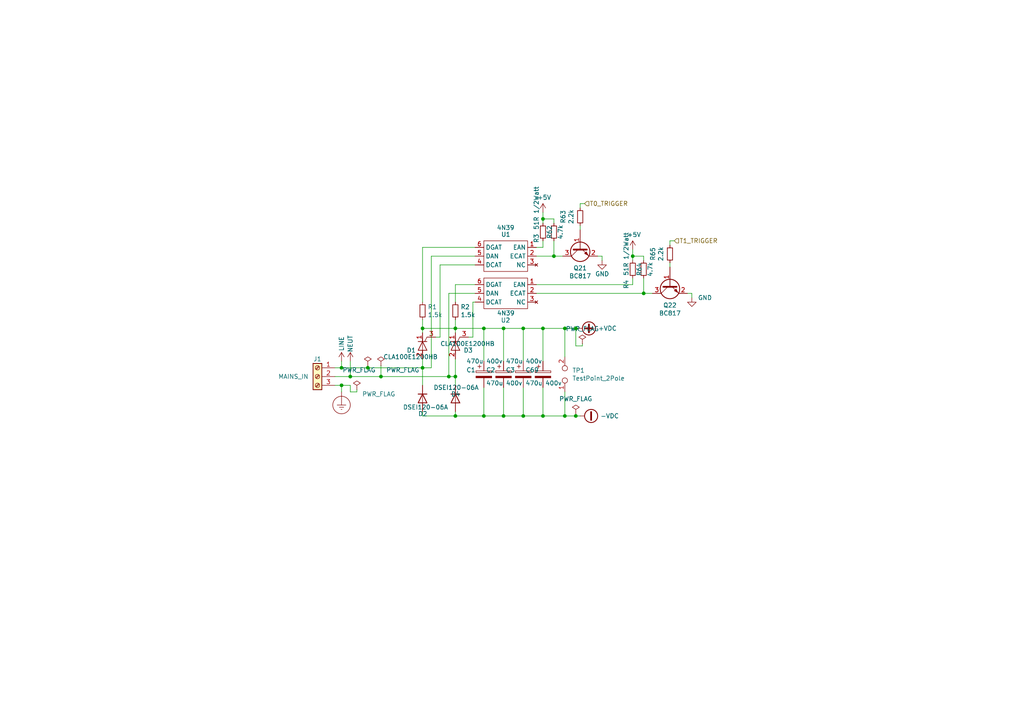
<source format=kicad_sch>
(kicad_sch (version 20200618) (host eeschema "5.99.0-unknown-f3f1740~101~ubuntu18.04.1")
  (page 9 8)
  (paper "A4")
  (lib_symbols
    (symbol "Connector:Screw_Terminal_01x03" (pin_names hide)
      (property "Reference" "J" (at 0 5.08 0))
      (property "Value" "Screw_Terminal_01x03" (at 0 -5.08 0))
      (symbol "Screw_Terminal_01x03_1_1"
        (circle (center 0 -2.54) (radius 0.635))
        (circle (center 0 0) (radius 0.635))
        (circle (center 0 2.54) (radius 0.635))
        (rectangle (start -1.27 3.81) (end 1.27 -3.81) (stroke (width 0.254)) (fill (type background)))
        (polyline (pts (xy -0.5334 -2.2098) (xy 0.3302 -3.048)))
        (polyline (pts (xy -0.5334 0.3302) (xy 0.3302 -0.508)))
        (polyline (pts (xy -0.5334 2.8702) (xy 0.3302 2.032)))
        (polyline (pts (xy -0.3556 -2.032) (xy 0.508 -2.8702)))
        (polyline (pts (xy -0.3556 0.508) (xy 0.508 -0.3302)))
        (polyline (pts (xy -0.3556 3.048) (xy 0.508 2.2098)))
        (pin passive line (at -5.08 2.54 0) (length 3.81) (name "Pin_1") (number "1"))
        (pin passive line (at -5.08 0 0) (length 3.81) (name "Pin_2") (number "2"))
        (pin passive line (at -5.08 -2.54 0) (length 3.81) (name "Pin_3") (number "3"))
      )
    )
    (symbol "Connector:TestPoint_2Pole" (pin_names (offset 0.762) hide)
      (property "Reference" "TP" (at 0 1.524 0))
      (property "Value" "TestPoint_2Pole" (at 0 -1.778 0))
      (symbol "TestPoint_2Pole_0_1"
        (circle (center -1.778 0) (radius 0.762))
        (circle (center 1.778 0) (radius 0.762))
        (pin passive line (at -5.08 0 0) (length 2.54) (name "1") (number "1"))
        (pin passive line (at 5.08 0 180) (length 2.54) (name "2") (number "2"))
      )
    )
    (symbol "Device:CP" (pin_numbers hide) (pin_names (offset 0.254))
      (property "Reference" "C" (at 0.635 2.54 0))
      (property "Value" "CP" (at 0.635 -2.54 0))
      (symbol "CP_0_1"
        (rectangle (start -2.286 0.508) (end 2.286 1.016))
        (rectangle (start 2.286 -0.508) (end -2.286 -1.016) (fill (type outline)))
        (polyline (pts (xy -1.778 2.286) (xy -0.762 2.286)))
        (polyline (pts (xy -1.27 2.794) (xy -1.27 1.778)))
      )
      (symbol "CP_1_1"
        (pin passive line (at 0 3.81 270) (length 2.794) (name "~") (number "1"))
        (pin passive line (at 0 -3.81 90) (length 2.794) (name "~") (number "2"))
      )
    )
    (symbol "Device:CP_1" (pin_numbers hide) (pin_names (offset 0.254))
      (property "Reference" "C" (at 0.635 2.54 0))
      (property "Value" "CP" (at 0.635 -2.54 0))
      (symbol "CP_1_0_1"
        (rectangle (start -2.286 0.508) (end 2.286 1.016))
        (rectangle (start 2.286 -0.508) (end -2.286 -1.016) (fill (type outline)))
        (polyline (pts (xy -1.778 2.286) (xy -0.762 2.286)))
        (polyline (pts (xy -1.27 2.794) (xy -1.27 1.778)))
      )
      (symbol "CP_1_1_1"
        (pin passive line (at 0 3.81 270) (length 2.794) (name "~") (number "1"))
        (pin passive line (at 0 -3.81 90) (length 2.794) (name "~") (number "2"))
      )
    )
    (symbol "Device:CP_2" (pin_numbers hide) (pin_names (offset 0.254))
      (property "Reference" "C" (at 0.635 2.54 0))
      (property "Value" "CP" (at 0.635 -2.54 0))
      (symbol "CP_2_0_1"
        (rectangle (start -2.286 0.508) (end 2.286 1.016))
        (rectangle (start 2.286 -0.508) (end -2.286 -1.016) (fill (type outline)))
        (polyline (pts (xy -1.778 2.286) (xy -0.762 2.286)))
        (polyline (pts (xy -1.27 2.794) (xy -1.27 1.778)))
      )
      (symbol "CP_2_1_1"
        (pin passive line (at 0 3.81 270) (length 2.794) (name "~") (number "1"))
        (pin passive line (at 0 -3.81 90) (length 2.794) (name "~") (number "2"))
      )
    )
    (symbol "Device:CP_3" (pin_numbers hide) (pin_names (offset 0.254))
      (property "Reference" "C" (at 0.635 2.54 0))
      (property "Value" "CP" (at 0.635 -2.54 0))
      (symbol "CP_3_0_1"
        (rectangle (start -2.286 0.508) (end 2.286 1.016))
        (rectangle (start 2.286 -0.508) (end -2.286 -1.016) (fill (type outline)))
        (polyline (pts (xy -1.778 2.286) (xy -0.762 2.286)))
        (polyline (pts (xy -1.27 2.794) (xy -1.27 1.778)))
      )
      (symbol "CP_3_1_1"
        (pin passive line (at 0 3.81 270) (length 2.794) (name "~") (number "1"))
        (pin passive line (at 0 -3.81 90) (length 2.794) (name "~") (number "2"))
      )
    )
    (symbol "Device:D" (pin_numbers hide) (pin_names hide)
      (property "Reference" "D" (at 0 2.54 0))
      (property "Value" "D" (at 0 -2.54 0))
      (symbol "D_0_1"
        (polyline (pts (xy -1.27 1.27) (xy -1.27 -1.27)) (stroke (width 0.254)))
        (polyline (pts (xy 1.27 0) (xy -1.27 0)))
        (polyline (pts (xy 1.27 1.27) (xy 1.27 -1.27) (xy -1.27 0) (xy 1.27 1.27)) (stroke (width 0.254)))
      )
      (symbol "D_1_1"
        (pin passive line (at -3.81 0 0) (length 2.54) (name "K") (number "1"))
        (pin passive line (at 3.81 0 180) (length 2.54) (name "A") (number "2"))
      )
    )
    (symbol "Device:D_1" (pin_numbers hide) (pin_names hide)
      (property "Reference" "D" (at 0 2.54 0))
      (property "Value" "D" (at 0 -2.54 0))
      (symbol "D_1_0_1"
        (polyline (pts (xy -1.27 1.27) (xy -1.27 -1.27)) (stroke (width 0.254)))
        (polyline (pts (xy 1.27 0) (xy -1.27 0)))
        (polyline (pts (xy 1.27 1.27) (xy 1.27 -1.27) (xy -1.27 0) (xy 1.27 1.27)) (stroke (width 0.254)))
      )
      (symbol "D_1_1_1"
        (pin passive line (at -3.81 0 0) (length 2.54) (name "K") (number "1"))
        (pin passive line (at 3.81 0 180) (length 2.54) (name "A") (number "2"))
      )
    )
    (symbol "Device:Q_SCR_KAG" (pin_names (offset 0) hide)
      (property "Reference" "D" (at 1.905 0.635 0))
      (property "Value" "Q_SCR_KAG" (at 1.905 -1.27 0))
      (symbol "Q_SCR_KAG_0_1"
        (polyline (pts (xy -1.27 -2.54) (xy -0.635 -1.27)))
        (polyline (pts (xy -1.27 -1.27) (xy 1.27 -1.27)) (stroke (width 0.2032)))
        (polyline (pts (xy 0 -2.54) (xy 0 2.54)))
        (polyline (pts (xy -1.27 1.27) (xy 1.27 1.27) (xy 0 -1.27) (xy -1.27 1.27)) (stroke (width 0.2032)))
      )
      (symbol "Q_SCR_KAG_1_1"
        (pin passive line (at 0 -3.81 90) (length 2.54) (name "K") (number "1"))
        (pin passive line (at 0 3.81 270) (length 2.54) (name "A") (number "2"))
        (pin input line (at -3.81 -2.54 0) (length 2.54) (name "G") (number "3"))
      )
    )
    (symbol "Device:Q_SCR_KAG_1" (pin_names (offset 0) hide)
      (property "Reference" "D" (at 1.905 0.635 0))
      (property "Value" "Q_SCR_KAG" (at 1.905 -1.27 0))
      (symbol "Q_SCR_KAG_1_0_1"
        (polyline (pts (xy -1.27 -2.54) (xy -0.635 -1.27)))
        (polyline (pts (xy -1.27 -1.27) (xy 1.27 -1.27)) (stroke (width 0.2032)))
        (polyline (pts (xy 0 -2.54) (xy 0 2.54)))
        (polyline (pts (xy -1.27 1.27) (xy 1.27 1.27) (xy 0 -1.27) (xy -1.27 1.27)) (stroke (width 0.2032)))
      )
      (symbol "Q_SCR_KAG_1_1_1"
        (pin passive line (at 0 -3.81 90) (length 2.54) (name "K") (number "1"))
        (pin passive line (at 0 3.81 270) (length 2.54) (name "A") (number "2"))
        (pin input line (at -3.81 -2.54 0) (length 2.54) (name "G") (number "3"))
      )
    )
    (symbol "Device:R_Small" (pin_numbers hide) (pin_names (offset 0.254) hide)
      (property "Reference" "R" (at 0.762 0.508 0))
      (property "Value" "R_Small" (at 0.762 -1.016 0))
      (symbol "R_Small_0_1"
        (rectangle (start -0.762 1.778) (end 0.762 -1.778) (stroke (width 0.2032)))
      )
      (symbol "R_Small_1_1"
        (pin passive line (at 0 2.54 270) (length 0.762) (name "~") (number "1"))
        (pin passive line (at 0 -2.54 90) (length 0.762) (name "~") (number "2"))
      )
    )
    (symbol "Device:R_Small_1" (pin_numbers hide) (pin_names (offset 0.254) hide)
      (property "Reference" "R" (at 0.762 0.508 0))
      (property "Value" "R_Small" (at 0.762 -1.016 0))
      (symbol "R_Small_1_0_1"
        (rectangle (start -0.762 1.778) (end 0.762 -1.778) (stroke (width 0.2032)))
      )
      (symbol "R_Small_1_1_1"
        (pin passive line (at 0 2.54 270) (length 0.762) (name "~") (number "1"))
        (pin passive line (at 0 -2.54 90) (length 0.762) (name "~") (number "2"))
      )
    )
    (symbol "Device:R_Small_2" (pin_numbers hide) (pin_names (offset 0.254) hide)
      (property "Reference" "R" (at 0.762 0.508 0))
      (property "Value" "R_Small" (at 0.762 -1.016 0))
      (symbol "R_Small_2_0_1"
        (rectangle (start -0.762 1.778) (end 0.762 -1.778) (stroke (width 0.2032)))
      )
      (symbol "R_Small_2_1_1"
        (pin passive line (at 0 2.54 270) (length 0.762) (name "~") (number "1"))
        (pin passive line (at 0 -2.54 90) (length 0.762) (name "~") (number "2"))
      )
    )
    (symbol "Device:R_Small_3" (pin_numbers hide) (pin_names (offset 0.254) hide)
      (property "Reference" "R" (at 0.762 0.508 0))
      (property "Value" "R_Small" (at 0.762 -1.016 0))
      (symbol "R_Small_3_0_1"
        (rectangle (start -0.762 1.778) (end 0.762 -1.778) (stroke (width 0.2032)))
      )
      (symbol "R_Small_3_1_1"
        (pin passive line (at 0 2.54 270) (length 0.762) (name "~") (number "1"))
        (pin passive line (at 0 -2.54 90) (length 0.762) (name "~") (number "2"))
      )
    )
    (symbol "Device:R_Small_4" (pin_numbers hide) (pin_names (offset 0.254) hide)
      (property "Reference" "R" (at 0.762 0.508 0))
      (property "Value" "R_Small" (at 0.762 -1.016 0))
      (symbol "R_Small_4_0_1"
        (rectangle (start -0.762 1.778) (end 0.762 -1.778) (stroke (width 0.2032)))
      )
      (symbol "R_Small_4_1_1"
        (pin passive line (at 0 2.54 270) (length 0.762) (name "~") (number "1"))
        (pin passive line (at 0 -2.54 90) (length 0.762) (name "~") (number "2"))
      )
    )
    (symbol "Device:R_Small_5" (pin_numbers hide) (pin_names (offset 0.254) hide)
      (property "Reference" "R" (at 0.762 0.508 0))
      (property "Value" "R_Small" (at 0.762 -1.016 0))
      (symbol "R_Small_5_0_1"
        (rectangle (start -0.762 1.778) (end 0.762 -1.778) (stroke (width 0.2032)))
      )
      (symbol "R_Small_5_1_1"
        (pin passive line (at 0 2.54 270) (length 0.762) (name "~") (number "1"))
        (pin passive line (at 0 -2.54 90) (length 0.762) (name "~") (number "2"))
      )
    )
    (symbol "Device:R_Small_7" (pin_numbers hide) (pin_names (offset 0.254) hide)
      (property "Reference" "R" (at 0.762 0.508 0))
      (property "Value" "R_Small" (at 0.762 -1.016 0))
      (symbol "R_Small_7_0_1"
        (rectangle (start -0.762 1.778) (end 0.762 -1.778) (stroke (width 0.2032)))
      )
      (symbol "R_Small_7_1_1"
        (pin passive line (at 0 2.54 270) (length 0.762) (name "~") (number "1"))
        (pin passive line (at 0 -2.54 90) (length 0.762) (name "~") (number "2"))
      )
    )
    (symbol "Device:R_Small_8" (pin_numbers hide) (pin_names (offset 0.254) hide)
      (property "Reference" "R" (at 0.762 0.508 0))
      (property "Value" "R_Small" (at 0.762 -1.016 0))
      (symbol "R_Small_8_0_1"
        (rectangle (start -0.762 1.778) (end 0.762 -1.778) (stroke (width 0.2032)))
      )
      (symbol "R_Small_8_1_1"
        (pin passive line (at 0 2.54 270) (length 0.762) (name "~") (number "1"))
        (pin passive line (at 0 -2.54 90) (length 0.762) (name "~") (number "2"))
      )
    )
    (symbol "Transistor_BJT:BC817" (pin_names (offset 0) hide)
      (property "Reference" "Q" (at 5.08 1.905 0))
      (property "Value" "BC817" (at 5.08 0 0))
      (symbol "BC817_0_1"
        (circle (center 1.27 0) (radius 2.8194) (stroke (width 0.254)))
        (polyline (pts (xy 0.635 0.635) (xy 2.54 2.54)))
        (polyline (pts (xy 0.635 -0.635) (xy 2.54 -2.54) (xy 2.54 -2.54)))
        (polyline (pts (xy 0.635 1.905) (xy 0.635 -1.905) (xy 0.635 -1.905)) (stroke (width 0.508)))
        (polyline (pts (xy 1.27 -1.778) (xy 1.778 -1.27) (xy 2.286 -2.286) (xy 1.27 -1.778) (xy 1.27 -1.778)) (fill (type outline)))
      )
      (symbol "BC817_1_1"
        (pin input line (at -5.08 0 0) (length 5.715) (name "B") (number "1"))
        (pin passive line (at 2.54 -5.08 90) (length 2.54) (name "E") (number "2"))
        (pin passive line (at 2.54 5.08 270) (length 2.54) (name "C") (number "3"))
      )
    )
    (symbol "Transistor_BJT:BC817_1" (pin_names (offset 0) hide)
      (property "Reference" "Q" (at 5.08 1.905 0))
      (property "Value" "BC817" (at 5.08 0 0))
      (symbol "BC817_1_0_1"
        (circle (center 1.27 0) (radius 2.8194) (stroke (width 0.254)))
        (polyline (pts (xy 0.635 0.635) (xy 2.54 2.54)))
        (polyline (pts (xy 0.635 -0.635) (xy 2.54 -2.54) (xy 2.54 -2.54)))
        (polyline (pts (xy 0.635 1.905) (xy 0.635 -1.905) (xy 0.635 -1.905)) (stroke (width 0.508)))
        (polyline (pts (xy 1.27 -1.778) (xy 1.778 -1.27) (xy 2.286 -2.286) (xy 1.27 -1.778) (xy 1.27 -1.778)) (fill (type outline)))
      )
      (symbol "BC817_1_1_1"
        (pin input line (at -5.08 0 0) (length 5.715) (name "B") (number "1"))
        (pin passive line (at 2.54 -5.08 90) (length 2.54) (name "E") (number "2"))
        (pin passive line (at 2.54 5.08 270) (length 2.54) (name "C") (number "3"))
      )
    )
    (symbol "oe_gate-driver:4N39"
      (property "Reference" "U" (at -10.16 4.445 0))
      (property "Value" "4N39" (at -6.985 6.985 0))
      (symbol "4N39_0_1"
        (rectangle (start -6.35 4.445) (end 6.35 -4.445))
      )
      (symbol "4N39_1_1"
        (pin input line (at -8.89 2.54 0) (length 2.54) (name "EAN") (number "1"))
        (pin input line (at -8.89 0 0) (length 2.54) (name "ECAT") (number "2"))
        (pin unconnected line (at -8.89 -2.54 0) (length 2.54) (name "NC") (number "3"))
        (pin bidirectional line (at 8.89 -2.54 180) (length 2.54) (name "DCAT") (number "4"))
        (pin bidirectional line (at 8.89 0 180) (length 2.54) (name "DAN") (number "5"))
        (pin bidirectional line (at 8.89 2.54 180) (length 2.54) (name "DGAT") (number "6"))
      )
    )
    (symbol "power:+5V" (power) (pin_names (offset 0))
      (property "Value" "+5V" (at 0 3.556 0))
      (symbol "+5V_0_1"
        (polyline (pts (xy -0.762 1.27) (xy 0 2.54)))
        (polyline (pts (xy 0 0) (xy 0 2.54)))
        (polyline (pts (xy 0 2.54) (xy 0.762 1.27)))
      )
      (symbol "+5V_1_1"
        (pin power_in line (at 0 0 90) (length 0) hide (name "+5V") (number "1"))
      )
    )
    (symbol "power:+VDC" (power) (pin_names (offset 0))
      (property "Value" "+VDC" (at 0 6.35 0))
      (symbol "+VDC_0_1"
        (circle (center 0 3.175) (radius 1.905) (stroke (width 0.254)))
        (polyline (pts (xy -1.143 3.175) (xy 1.143 3.175)) (stroke (width 0.508)))
        (polyline (pts (xy 0 0) (xy 0 1.27)))
        (polyline (pts (xy 0 2.032) (xy 0 4.318)) (stroke (width 0.508)))
      )
      (symbol "+VDC_1_1"
        (pin power_in line (at 0 0 90) (length 0) hide (name "+VDC") (number "1"))
      )
    )
    (symbol "power:-VDC" (power) (pin_names (offset 0))
      (property "Value" "-VDC" (at 0 6.35 0))
      (symbol "-VDC_0_1"
        (circle (center 0 3.175) (radius 1.905) (stroke (width 0.254)))
        (polyline (pts (xy -1.143 3.175) (xy 1.143 3.175)) (stroke (width 0.508)))
        (polyline (pts (xy 0 0) (xy 0 1.27)))
      )
      (symbol "-VDC_1_1"
        (pin power_in line (at 0 0 90) (length 0) hide (name "-VDC") (number "1"))
      )
    )
    (symbol "power:Earth_Protective" (power) (pin_names (offset 0))
      (symbol "Earth_Protective_0_1"
        (circle (center 0 -3.81) (radius 2.54))
        (polyline (pts (xy -0.635 -4.445) (xy 0.635 -4.445)))
        (polyline (pts (xy -0.127 -5.08) (xy 0.127 -5.08)))
        (polyline (pts (xy 0 -3.81) (xy 0 0)))
        (polyline (pts (xy 1.27 -3.81) (xy -1.27 -3.81)))
      )
      (symbol "Earth_Protective_1_1"
        (pin power_in line (at 0 0 270) (length 0) hide (name "Earth_Protective") (number "1"))
      )
    )
    (symbol "power:GND" (power) (pin_names (offset 0))
      (property "Value" "GND" (at 0 -3.81 0))
      (symbol "GND_0_1"
        (polyline (pts (xy 0 0) (xy 0 -1.27) (xy 1.27 -1.27) (xy 0 -2.54) (xy -1.27 -1.27) (xy 0 -1.27)))
      )
      (symbol "GND_1_1"
        (pin power_in line (at 0 0 270) (length 0) hide (name "GND") (number "1"))
      )
    )
    (symbol "power:LINE" (power) (pin_names (offset 0))
      (property "Value" "LINE" (at 0 3.81 0))
      (symbol "LINE_0_1"
        (polyline (pts (xy -0.762 1.27) (xy 0 2.54)))
        (polyline (pts (xy 0 0) (xy 0 2.54)))
        (polyline (pts (xy 0 2.54) (xy 0.762 1.27)))
      )
      (symbol "LINE_1_1"
        (pin power_in line (at 0 0 90) (length 0) hide (name "LINE") (number "1"))
      )
    )
    (symbol "power:NEUT" (power) (pin_names (offset 0))
      (property "Value" "NEUT" (at 0 3.81 0))
      (symbol "NEUT_0_1"
        (polyline (pts (xy -0.762 1.27) (xy 0 2.54)))
        (polyline (pts (xy 0 0) (xy 0 2.54)))
        (polyline (pts (xy 0 2.54) (xy 0.762 1.27)))
      )
      (symbol "NEUT_1_1"
        (pin power_in line (at 0 0 90) (length 0) hide (name "NEUT") (number "1"))
      )
    )
    (symbol "power:PWR_FLAG" (power) (pin_numbers hide) (pin_names (offset 0) hide)
      (property "Value" "PWR_FLAG" (at 0 3.81 0))
      (symbol "PWR_FLAG_0_1"
        (polyline (pts (xy 0 0) (xy 0 1.27) (xy -1.016 1.905) (xy 0 2.54) (xy 1.016 1.905) (xy 0 1.27)))
      )
      (symbol "PWR_FLAG_0_0"
        (pin power_out line (at 0 0 90) (length 0) (name "pwr") (number "1"))
      )
    )
  )
  (junction (at 99.06 106.68))
  (junction (at 99.06 111.76))
  (junction (at 101.6 109.22))
  (junction (at 106.68 106.68))
  (junction (at 110.49 109.22))
  (junction (at 122.555 95.25))
  (junction (at 122.555 106.68))
  (junction (at 130.175 109.22))
  (junction (at 132.08 95.25))
  (junction (at 132.08 109.22))
  (junction (at 132.08 120.65))
  (junction (at 140.335 95.25))
  (junction (at 140.335 120.65))
  (junction (at 146.05 95.25))
  (junction (at 146.05 120.65))
  (junction (at 151.765 95.25))
  (junction (at 151.765 120.65))
  (junction (at 157.48 63.5))
  (junction (at 157.48 95.25))
  (junction (at 157.48 120.65))
  (junction (at 160.655 74.295))
  (junction (at 163.83 95.25))
  (junction (at 163.83 120.65))
  (junction (at 167.005 95.25))
  (junction (at 167.005 120.65))
  (junction (at 183.515 74.295))
  (junction (at 186.69 85.09))
  (wire (pts (xy 97.155 106.68) (xy 99.06 106.68)))
  (wire (pts (xy 97.155 109.22) (xy 101.6 109.22)))
  (wire (pts (xy 97.155 111.76) (xy 99.06 111.76)))
  (wire (pts (xy 99.06 106.68) (xy 99.06 104.775)))
  (wire (pts (xy 99.06 106.68) (xy 106.68 106.68)))
  (wire (pts (xy 99.06 111.76) (xy 99.06 113.665)))
  (wire (pts (xy 99.06 111.76) (xy 101.6 111.76)))
  (wire (pts (xy 101.6 104.775) (xy 101.6 109.22)))
  (wire (pts (xy 101.6 109.22) (xy 110.49 109.22)))
  (wire (pts (xy 101.6 111.76) (xy 101.6 113.665)))
  (wire (pts (xy 101.6 113.665) (xy 103.505 113.665)))
  (wire (pts (xy 103.505 113.03) (xy 103.505 113.665)))
  (wire (pts (xy 106.68 106.045) (xy 106.68 106.68)))
  (wire (pts (xy 106.68 106.68) (xy 122.555 106.68)))
  (wire (pts (xy 110.49 106.045) (xy 110.49 109.22)))
  (wire (pts (xy 110.49 109.22) (xy 130.175 109.22)))
  (wire (pts (xy 122.555 71.755) (xy 122.555 87.63)))
  (wire (pts (xy 122.555 92.71) (xy 122.555 95.25)))
  (wire (pts (xy 122.555 95.25) (xy 122.555 96.52)))
  (wire (pts (xy 122.555 95.25) (xy 132.08 95.25)))
  (wire (pts (xy 122.555 104.14) (xy 122.555 106.68)))
  (wire (pts (xy 122.555 106.68) (xy 122.555 111.76)))
  (wire (pts (xy 122.555 119.38) (xy 122.555 120.65)))
  (wire (pts (xy 122.555 120.65) (xy 132.08 120.65)))
  (wire (pts (xy 125.095 74.295) (xy 125.095 106.68)))
  (wire (pts (xy 125.095 106.68) (xy 122.555 106.68)))
  (wire (pts (xy 126.365 97.79) (xy 127.635 97.79)))
  (wire (pts (xy 127.635 76.835) (xy 137.795 76.835)))
  (wire (pts (xy 127.635 97.79) (xy 127.635 76.835)))
  (wire (pts (xy 130.175 85.09) (xy 130.175 109.22)))
  (wire (pts (xy 130.175 85.09) (xy 137.795 85.09)))
  (wire (pts (xy 130.175 109.22) (xy 132.08 109.22)))
  (wire (pts (xy 132.08 82.55) (xy 132.08 87.63)))
  (wire (pts (xy 132.08 82.55) (xy 137.795 82.55)))
  (wire (pts (xy 132.08 92.71) (xy 132.08 95.25)))
  (wire (pts (xy 132.08 95.25) (xy 132.08 96.52)))
  (wire (pts (xy 132.08 104.14) (xy 132.08 109.22)))
  (wire (pts (xy 132.08 109.22) (xy 132.08 111.76)))
  (wire (pts (xy 132.08 119.38) (xy 132.08 120.65)))
  (wire (pts (xy 132.08 120.65) (xy 140.335 120.65)))
  (wire (pts (xy 135.89 97.79) (xy 137.16 97.79)))
  (wire (pts (xy 137.16 87.63) (xy 137.795 87.63)))
  (wire (pts (xy 137.16 97.79) (xy 137.16 87.63)))
  (wire (pts (xy 137.795 71.755) (xy 122.555 71.755)))
  (wire (pts (xy 137.795 74.295) (xy 125.095 74.295)))
  (wire (pts (xy 140.335 95.25) (xy 132.08 95.25)))
  (wire (pts (xy 140.335 104.775) (xy 140.335 95.25)))
  (wire (pts (xy 140.335 112.395) (xy 140.335 120.65)))
  (wire (pts (xy 140.335 120.65) (xy 146.05 120.65)))
  (wire (pts (xy 146.05 95.25) (xy 140.335 95.25)))
  (wire (pts (xy 146.05 95.25) (xy 151.765 95.25)))
  (wire (pts (xy 146.05 104.775) (xy 146.05 95.25)))
  (wire (pts (xy 146.05 112.395) (xy 146.05 120.65)))
  (wire (pts (xy 146.05 120.65) (xy 151.765 120.65)))
  (wire (pts (xy 151.765 95.25) (xy 151.765 104.775)))
  (wire (pts (xy 151.765 95.25) (xy 157.48 95.25)))
  (wire (pts (xy 151.765 112.395) (xy 151.765 120.65)))
  (wire (pts (xy 151.765 120.65) (xy 157.48 120.65)))
  (wire (pts (xy 155.575 71.755) (xy 157.48 71.755)))
  (wire (pts (xy 155.575 74.295) (xy 160.655 74.295)))
  (wire (pts (xy 155.575 82.55) (xy 183.515 82.55)))
  (wire (pts (xy 155.575 85.09) (xy 186.69 85.09)))
  (wire (pts (xy 157.48 61.595) (xy 157.48 63.5)))
  (wire (pts (xy 157.48 63.5) (xy 157.48 64.77)))
  (wire (pts (xy 157.48 63.5) (xy 160.655 63.5)))
  (wire (pts (xy 157.48 69.85) (xy 157.48 71.755)))
  (wire (pts (xy 157.48 95.25) (xy 157.48 104.775)))
  (wire (pts (xy 157.48 95.25) (xy 163.83 95.25)))
  (wire (pts (xy 157.48 112.395) (xy 157.48 120.65)))
  (wire (pts (xy 157.48 120.65) (xy 163.83 120.65)))
  (wire (pts (xy 160.655 63.5) (xy 160.655 64.77)))
  (wire (pts (xy 160.655 69.85) (xy 160.655 74.295)))
  (wire (pts (xy 160.655 74.295) (xy 163.195 74.295)))
  (wire (pts (xy 163.83 95.25) (xy 163.83 103.505)))
  (wire (pts (xy 163.83 95.25) (xy 167.005 95.25)))
  (wire (pts (xy 163.83 113.665) (xy 163.83 120.65)))
  (wire (pts (xy 163.83 120.65) (xy 167.005 120.65)))
  (wire (pts (xy 167.005 95.25) (xy 167.005 100.33)))
  (wire (pts (xy 167.005 95.25) (xy 167.64 95.25)))
  (wire (pts (xy 167.005 100.33) (xy 168.91 100.33)))
  (wire (pts (xy 167.005 120.015) (xy 167.005 120.65)))
  (wire (pts (xy 167.005 120.65) (xy 168.275 120.65)))
  (wire (pts (xy 168.275 59.055) (xy 169.545 59.055)))
  (wire (pts (xy 168.275 60.325) (xy 168.275 59.055)))
  (wire (pts (xy 168.275 65.405) (xy 168.275 66.675)))
  (wire (pts (xy 168.91 99.695) (xy 168.91 100.33)))
  (wire (pts (xy 173.355 74.295) (xy 174.625 74.295)))
  (wire (pts (xy 174.625 74.295) (xy 174.625 75.565)))
  (wire (pts (xy 183.515 72.39) (xy 183.515 74.295)))
  (wire (pts (xy 183.515 74.295) (xy 183.515 75.565)))
  (wire (pts (xy 183.515 74.295) (xy 186.69 74.295)))
  (wire (pts (xy 183.515 80.645) (xy 183.515 82.55)))
  (wire (pts (xy 186.69 74.295) (xy 186.69 75.565)))
  (wire (pts (xy 186.69 80.645) (xy 186.69 85.09)))
  (wire (pts (xy 186.69 85.09) (xy 189.23 85.09)))
  (wire (pts (xy 194.31 69.85) (xy 195.58 69.85)))
  (wire (pts (xy 194.31 71.12) (xy 194.31 69.85)))
  (wire (pts (xy 194.31 76.2) (xy 194.31 77.47)))
  (wire (pts (xy 199.39 85.09) (xy 200.66 85.09)))
  (wire (pts (xy 200.66 85.09) (xy 200.66 86.36)))
  (hierarchical_label "T0_TRIGGER" (shape input) (at 169.545 59.055 0))
  (hierarchical_label "T1_TRIGGER" (shape input) (at 195.58 69.85 0))
  (symbol (lib_id "power:PWR_FLAG") (at 103.505 113.03 0)
    (property "Reference" "#FLG0103" (effects hide))
    (property "Value" "PWR_FLAG" (at 109.855 114.3 0))
  )
  (symbol (lib_id "power:PWR_FLAG") (at 106.68 106.045 0)
    (property "Reference" "#FLG0102" (effects hide))
    (property "Value" "PWR_FLAG" (at 104.14 107.315 0))
  )
  (symbol (lib_id "power:PWR_FLAG") (at 110.49 106.045 0)
    (property "Reference" "#FLG0101" (effects hide))
    (property "Value" "PWR_FLAG" (at 116.84 107.315 0))
  )
  (symbol (lib_id "power:PWR_FLAG") (at 167.005 120.015 0)
    (property "Reference" "#FLG0106" (effects hide))
    (property "Value" "PWR_FLAG" (at 167.005 115.6906 0))
  )
  (symbol (lib_id "power:PWR_FLAG") (at 168.91 99.695 0)
    (property "Reference" "#FLG0107" (effects hide))
    (property "Value" "PWR_FLAG" (at 168.91 95.377 0))
  )
  (symbol (lib_id "power:LINE") (at 99.06 104.775 0)
    (property "Reference" "#PWR01" (effects hide))
    (property "Value" "LINE" (at 99.06 99.695 90))
  )
  (symbol (lib_id "power:NEUT") (at 101.6 104.775 0)
    (property "Reference" "#PWR03" (effects hide))
    (property "Value" "NEUT" (at 101.6 99.695 90))
  )
  (symbol (lib_id "power:+5V") (at 157.48 61.595 0)
    (property "Reference" "#PWR0119" (effects hide))
    (property "Value" "+5V" (at 157.8483 57.2706 0))
  )
  (symbol (lib_id "power:+5V") (at 183.515 72.39 0)
    (property "Reference" "#PWR0118" (effects hide))
    (property "Value" "+5V" (at 183.896 68.072 0))
  )
  (symbol (lib_id "power:GND") (at 174.625 75.565 0)
    (property "Reference" "#PWR06" (effects hide))
    (property "Value" "GND" (at 174.6504 79.4512 0))
  )
  (symbol (lib_id "power:GND") (at 200.66 86.36 0)
    (property "Reference" "#PWR0120" (effects hide))
    (property "Value" "GND" (at 204.47 86.36 0))
  )
  (symbol (lib_name "Device:R_Small_3") (lib_id "Device:R_Small") (at 122.555 90.17 0)
    (property "Reference" "R1" (at 124.0536 89.027 0) (effects (justify left)))
    (property "Value" "1.5k" (at 124.0536 91.313 0) (effects (justify left)))
    (property "Footprint" "Resistor_THT:R_Axial_DIN0204_L3.6mm_D1.6mm_P7.62mm_Horizontal" (effects hide))
    (property "Link" "https://ozdisan.com/passive-components/resistors/tht-through-hole-resistors/CFR0W8J0152A50" (effects hide))
    (property "Price" "0.01961TL" (effects hide))
  )
  (symbol (lib_name "Device:R_Small_2") (lib_id "Device:R_Small") (at 132.08 90.17 0)
    (property "Reference" "R2" (at 133.5786 89.027 0) (effects (justify left)))
    (property "Value" "1.5k" (at 133.5786 91.313 0) (effects (justify left)))
    (property "Footprint" "Resistor_THT:R_Axial_DIN0204_L3.6mm_D1.6mm_P7.62mm_Horizontal" (effects hide))
    (property "Link" "https://ozdisan.com/passive-components/resistors/tht-through-hole-resistors/CFR0W8J0152A50" (effects hide))
    (property "Price" "0.01961TL" (effects hide))
  )
  (symbol (lib_name "Device:R_Small_4") (lib_id "Device:R_Small") (at 157.48 67.31 180)
    (property "Reference" "R3" (at 155.575 70.485 90) (effects (justify right)))
    (property "Value" "51R 1/2Watt" (at 155.575 66.675 90) (effects (justify right)))
    (property "Footprint" "Resistor_SMD:R_1210_3225Metric" (effects hide))
    (property "Link" "https://ozdisan.com/passive-components/resistors/smt-smd-and-chip-resistors/CQ07W2F510JT5E" (effects hide))
    (property "Price" "0.13383TL" (effects hide))
  )
  (symbol (lib_name "Device:R_Small_8") (lib_id "Device:R_Small") (at 160.655 67.31 180)
    (property "Reference" "R62" (at 159.385 67.31 90))
    (property "Value" "4.7k" (at 162.56 67.31 90))
    (property "Footprint" "Resistor_SMD:R_0805_2012Metric" (effects hide))
    (property "Link" "https://ozdisan.com/passive-components/resistors/smt-smd-and-chip-resistors/0805S8F4701T5E" (effects hide))
    (property "Price" "0.01955TL" (effects hide))
  )
  (symbol (lib_name "Device:R_Small_5") (lib_id "Device:R_Small") (at 168.275 62.865 180)
    (property "Reference" "R63" (at 163.322 62.865 90))
    (property "Value" "2.2k" (at 165.6334 62.865 90))
    (property "Footprint" "Resistor_SMD:R_0805_2012Metric" (effects hide))
    (property "Link" "https://ozdisan.com/passive-components/resistors/smt-smd-and-chip-resistors/0805S8J0222T5E" (effects hide))
    (property "Price" "0.01504TL" (effects hide))
  )
  (symbol (lib_id "Device:R_Small") (at 183.515 78.105 180)
    (property "Reference" "R4" (at 181.61 83.82 90) (effects (justify right)))
    (property "Value" "51R 1/2Watt" (at 181.61 80.01 90) (effects (justify right)))
    (property "Footprint" "Resistor_SMD:R_1210_3225Metric" (effects hide))
    (property "Link" "https://ozdisan.com/passive-components/resistors/smt-smd-and-chip-resistors/CQ07W2F510JT5E" (effects hide))
    (property "Price" "0.13383TL" (effects hide))
  )
  (symbol (lib_name "Device:R_Small_1") (lib_id "Device:R_Small") (at 186.69 78.105 180)
    (property "Reference" "R64" (at 185.42 78.105 90))
    (property "Value" "4.7k" (at 188.595 78.105 90))
    (property "Footprint" "Resistor_SMD:R_0805_2012Metric" (effects hide))
    (property "Link" "https://ozdisan.com/passive-components/resistors/smt-smd-and-chip-resistors/0805S8F4701T5E" (effects hide))
    (property "Price" "0.01955TL" (effects hide))
  )
  (symbol (lib_name "Device:R_Small_7") (lib_id "Device:R_Small") (at 194.31 73.66 180)
    (property "Reference" "R65" (at 189.357 73.66 90))
    (property "Value" "2.2k" (at 191.6684 73.66 90))
    (property "Footprint" "Resistor_SMD:R_0805_2012Metric" (effects hide))
    (property "Link" "https://ozdisan.com/passive-components/resistors/smt-smd-and-chip-resistors/0805S8J0222T5E" (effects hide))
    (property "Price" "0.01504TL" (effects hide))
  )
  (symbol (lib_name "Device:D_1") (lib_id "Device:D") (at 122.555 115.57 270)
    (property "Reference" "D2" (at 121.285 120.015 90) (effects (justify left)))
    (property "Value" "DSEI120-06A" (at 116.84 118.11 90) (effects (justify left)))
    (property "Footprint" "Package_TO_SOT_THT:TO-247-2_Vertical" (effects hide))
    (property "Link" "https://ozdisan.com/power-semiconductors/diodes-diode-modules-and-rectifiers/general-purpose-diodes/DSEI120-06A" (effects hide))
    (property "Price" "47.67769" (effects hide))
  )
  (symbol (lib_id "Device:D") (at 132.08 115.57 270)
    (property "Reference" "D4" (at 130.81 114.3 90) (effects (justify left)))
    (property "Value" "DSEI120-06A" (at 125.73 112.395 90) (effects (justify left)))
    (property "Footprint" "Package_TO_SOT_THT:TO-247-2_Vertical" (effects hide))
    (property "Link" "https://ozdisan.com/power-semiconductors/diodes-diode-modules-and-rectifiers/general-purpose-diodes/DSEI120-06A" (effects hide))
    (property "Price" "47.67769" (effects hide))
  )
  (symbol (lib_id "power:+VDC") (at 167.64 95.25 270)
    (property "Reference" "#PWR04" (effects hide))
    (property "Value" "+VDC" (at 173.4821 95.25 90) (effects (justify left)))
  )
  (symbol (lib_id "power:-VDC") (at 168.275 120.65 270)
    (property "Reference" "#PWR05" (effects hide))
    (property "Value" "-VDC" (at 174.1171 120.65 90) (effects (justify left)))
  )
  (symbol (lib_id "Connector:TestPoint_2Pole") (at 163.83 108.585 90)
    (property "Reference" "TP1" (at 165.9637 107.4356 90) (effects (justify right)))
    (property "Value" "TestPoint_2Pole" (at 165.9637 109.7343 90) (effects (justify right)))
    (property "Footprint" "Connector_PinHeader_2.54mm:PinHeader_1x02_P2.54mm_Vertical" (effects hide))
    (property "Link" "https://ozdisan.com/connectors-and-interconnects/headers/pin-headers/DS1021-1X2SF11-B" (effects hide))
    (property "Price" "0.08882TL" (effects hide))
  )
  (symbol (lib_id "power:Earth_Protective") (at 99.06 113.665 0)
    (property "Reference" "#PWR02" (effects hide))
    (property "Value" "Earth_Protective" (effects hide))
  )
  (symbol (lib_name "Device:CP_1") (lib_id "Device:CP") (at 140.335 108.585 0)
    (property "Reference" "C1" (at 135.255 107.315 0) (effects (justify left)))
    (property "Value" "470u 400v" (at 135.255 104.775 0) (effects (justify left)))
    (property "Footprint" "oe_capacitor:CP_Radial_D35.0mm_P10.00mm_SnapIn" (effects hide))
    (property "Link" "https://ozdisan.com/passive-components/capacitors/aluminum-capacitors/K054004710PM0E050" (effects hide))
    (property "Price" "21.36402TL" (effects hide))
  )
  (symbol (lib_id "Device:CP") (at 146.05 108.585 0)
    (property "Reference" "C2" (at 140.97 107.315 0) (effects (justify left)))
    (property "Value" "470u 400v" (at 140.97 111.125 0) (effects (justify left)))
    (property "Footprint" "oe_capacitor:CP_Radial_D35.0mm_P10.00mm_SnapIn" (effects hide))
    (property "Link" "https://ozdisan.com/passive-components/capacitors/aluminum-capacitors/K054004710PM0E050" (effects hide))
    (property "Price" "21.36402TL" (effects hide))
  )
  (symbol (lib_name "Device:CP_2") (lib_id "Device:CP") (at 151.765 108.585 0)
    (property "Reference" "C3" (at 146.685 107.315 0) (effects (justify left)))
    (property "Value" "470u 400v" (at 146.685 104.775 0) (effects (justify left)))
    (property "Footprint" "oe_capacitor:CP_Radial_D35.0mm_P10.00mm_SnapIn" (effects hide))
    (property "Link" "https://ozdisan.com/passive-components/capacitors/aluminum-capacitors/K054004710PM0E050" (effects hide))
    (property "Price" "21.36402TL" (effects hide))
  )
  (symbol (lib_name "Device:CP_3") (lib_id "Device:CP") (at 157.48 108.585 0)
    (property "Reference" "C69" (at 152.4 107.315 0) (effects (justify left)))
    (property "Value" "470u 400v" (at 152.4 111.125 0) (effects (justify left)))
    (property "Footprint" "oe_capacitor:CP_Radial_D35.0mm_P10.00mm_SnapIn" (effects hide))
    (property "Link" "https://ozdisan.com/passive-components/capacitors/aluminum-capacitors/K054004710PM0E050" (effects hide))
    (property "Price" "21.36402TL" (effects hide))
  )
  (symbol (lib_name "Device:Q_SCR_KAG_1") (lib_id "Device:Q_SCR_KAG") (at 122.555 100.33 180)
    (property "Reference" "D1" (at 120.65 101.6 0) (effects (justify left)))
    (property "Value" "CLA100E1200HB" (at 127 103.505 0) (effects (justify left)))
    (property "Footprint" "Package_TO_SOT_THT:TO-247-3_Vertical" (effects hide))
    (property "Link" "https://ozdisan.com/Product/Detail/458855/CLA100E1200HB" (effects hide))
    (property "Price" "29.10196TL" (effects hide))
  )
  (symbol (lib_id "Device:Q_SCR_KAG") (at 132.08 100.33 180)
    (property "Reference" "D3" (at 137.16 101.6 0) (effects (justify left)))
    (property "Value" "CLA100E1200HB" (at 143.51 99.695 0) (effects (justify left)))
    (property "Footprint" "Package_TO_SOT_THT:TO-247-3_Vertical" (effects hide))
    (property "Link" "https://ozdisan.com/Product/Detail/458855/CLA100E1200HB" (effects hide))
    (property "Price" "29.10196TL" (effects hide))
  )
  (symbol (lib_id "Connector:Screw_Terminal_01x03") (at 92.075 109.22 0) (mirror y)
    (property "Reference" "J1" (at 92.075 104.14 0))
    (property "Value" "MAINS_IN" (at 85.09 109.22 0))
    (property "Footprint" "oe_connector:DG25C-B-03P-13-00AH" (effects hide))
    (property "Link" "https://ozdisan.com/connectors-and-interconnects/terminal-blocks/barrier-terminal-blocks/DG25C-B-03P-13-00AH" (effects hide))
    (property "Price" "1.87758TL" (effects hide))
  )
  (symbol (lib_name "Transistor_BJT:BC817_1") (lib_id "Transistor_BJT:BC817") (at 168.275 71.755 90) (mirror x)
    (property "Reference" "Q21" (at 168.275 77.7558 90))
    (property "Value" "BC817" (at 168.275 80.0545 90))
    (property "Footprint" "Package_TO_SOT_SMD:SOT-23" (effects hide))
    (property "Datasheet" "http://www.fairchildsemi.com/ds/BC/BC817.pdf" (effects hide))
    (property "Link" "https://ozdisan.com/power-semiconductors/transistors/discrete-transistors/BC817-40215" (effects hide))
    (property "Price" "0.12630TL" (effects hide))
  )
  (symbol (lib_id "Transistor_BJT:BC817") (at 194.31 82.55 90) (mirror x)
    (property "Reference" "Q22" (at 194.31 88.5444 90))
    (property "Value" "BC817" (at 194.31 90.8558 90))
    (property "Footprint" "Package_TO_SOT_SMD:SOT-23" (effects hide))
    (property "Datasheet" "http://www.fairchildsemi.com/ds/BC/BC817.pdf" (effects hide))
    (property "Link" "https://ozdisan.com/power-semiconductors/transistors/discrete-transistors/BC817-40215" (effects hide))
    (property "Price" "0.12630TL" (effects hide))
  )
  (symbol (lib_id "oe_gate-driver:4N39") (at 146.685 74.295 0) (mirror y)
    (property "Reference" "U1" (at 146.7104 67.9958 0))
    (property "Value" "4N39" (at 146.6596 66.04 0))
    (property "Footprint" "Package_DIP:DIP-6_W7.62mm" (effects hide))
    (property "Link" "https://www.direnc.net/4n39-photo-scr-optocouplers" (effects hide))
    (property "Price" "4.059322033898305TL" (effects hide))
  )
  (symbol (lib_id "oe_gate-driver:4N39") (at 146.685 85.09 0) (mirror y)
    (property "Reference" "U2" (at 146.6342 92.8878 0))
    (property "Value" "4N39" (at 146.7104 90.805 0))
    (property "Footprint" "Package_DIP:DIP-6_W7.62mm" (effects hide))
    (property "Link" "https://www.direnc.net/4n39-photo-scr-optocouplers" (effects hide))
    (property "Price" "4.059322033898305TL" (effects hide))
  )
)
</source>
